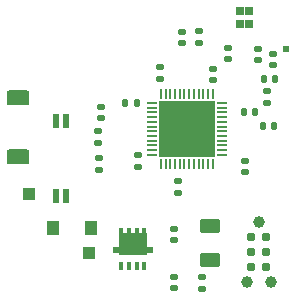
<source format=gts>
G04 #@! TF.GenerationSoftware,KiCad,Pcbnew,9.0.0*
G04 #@! TF.CreationDate,2025-04-18T11:45:23+02:00*
G04 #@! TF.ProjectId,WakeBand,57616b65-4261-46e6-942e-6b696361645f,rev?*
G04 #@! TF.SameCoordinates,Original*
G04 #@! TF.FileFunction,Soldermask,Top*
G04 #@! TF.FilePolarity,Negative*
%FSLAX46Y46*%
G04 Gerber Fmt 4.6, Leading zero omitted, Abs format (unit mm)*
G04 Created by KiCad (PCBNEW 9.0.0) date 2025-04-18 11:45:23*
%MOMM*%
%LPD*%
G01*
G04 APERTURE LIST*
G04 Aperture macros list*
%AMRoundRect*
0 Rectangle with rounded corners*
0 $1 Rounding radius*
0 $2 $3 $4 $5 $6 $7 $8 $9 X,Y pos of 4 corners*
0 Add a 4 corners polygon primitive as box body*
4,1,4,$2,$3,$4,$5,$6,$7,$8,$9,$2,$3,0*
0 Add four circle primitives for the rounded corners*
1,1,$1+$1,$2,$3*
1,1,$1+$1,$4,$5*
1,1,$1+$1,$6,$7*
1,1,$1+$1,$8,$9*
0 Add four rect primitives between the rounded corners*
20,1,$1+$1,$2,$3,$4,$5,0*
20,1,$1+$1,$4,$5,$6,$7,0*
20,1,$1+$1,$6,$7,$8,$9,0*
20,1,$1+$1,$8,$9,$2,$3,0*%
G04 Aperture macros list end*
%ADD10RoundRect,0.140000X0.170000X-0.140000X0.170000X0.140000X-0.170000X0.140000X-0.170000X-0.140000X0*%
%ADD11RoundRect,0.140000X-0.170000X0.140000X-0.170000X-0.140000X0.170000X-0.140000X0.170000X0.140000X0*%
%ADD12C,0.990600*%
%ADD13C,0.787400*%
%ADD14R,0.420000X0.660000*%
%ADD15R,0.545000X0.570000*%
%ADD16R,0.420000X0.470000*%
%ADD17R,2.370000X1.830000*%
%ADD18R,0.650000X0.750000*%
%ADD19RoundRect,0.140000X-0.140000X-0.170000X0.140000X-0.170000X0.140000X0.170000X-0.140000X0.170000X0*%
%ADD20R,0.500000X0.630000*%
%ADD21RoundRect,0.190500X0.762000X0.444500X-0.762000X0.444500X-0.762000X-0.444500X0.762000X-0.444500X0*%
%ADD22R,1.000000X1.000000*%
%ADD23R,1.120000X1.220000*%
%ADD24R,0.850000X0.200000*%
%ADD25R,0.200000X0.850000*%
%ADD26R,4.700000X4.700000*%
%ADD27R,0.600000X1.200000*%
%ADD28RoundRect,0.135000X0.185000X-0.135000X0.185000X0.135000X-0.185000X0.135000X-0.185000X-0.135000X0*%
%ADD29RoundRect,0.250000X0.625000X-0.375000X0.625000X0.375000X-0.625000X0.375000X-0.625000X-0.375000X0*%
G04 APERTURE END LIST*
D10*
X239300000Y-109280000D03*
X239300000Y-108320000D03*
D11*
X244530000Y-102895000D03*
X244530000Y-103855000D03*
D12*
X252870000Y-115980000D03*
X253886000Y-121060000D03*
X251854000Y-121060000D03*
D13*
X252235000Y-117250000D03*
X253505000Y-117250000D03*
X252235000Y-118520000D03*
X253505000Y-118520000D03*
X252235000Y-119790000D03*
X253505000Y-119790000D03*
D14*
X241250000Y-119750000D03*
X241900000Y-119750000D03*
X242550000Y-119750000D03*
X243200000Y-119750000D03*
D15*
X240767000Y-118315000D03*
D16*
X241250000Y-116715000D03*
X241900000Y-116715000D03*
D17*
X242225000Y-117865000D03*
D16*
X242550000Y-116715000D03*
X243200000Y-116715000D03*
D15*
X243683000Y-118315000D03*
D11*
X246350000Y-99860000D03*
X246350000Y-100820000D03*
D18*
X252050000Y-99210000D03*
X252050000Y-98160000D03*
X251300000Y-98160000D03*
X251300000Y-99210000D03*
D19*
X253220000Y-107870000D03*
X254180000Y-107870000D03*
D20*
X255210000Y-101375000D03*
D19*
X251610000Y-106710000D03*
X252570000Y-106710000D03*
D21*
X232530000Y-110510000D03*
X232530000Y-105510000D03*
D22*
X233400000Y-113650000D03*
D10*
X253610000Y-105890000D03*
X253610000Y-104930000D03*
D11*
X246050000Y-112540000D03*
X246050000Y-113500000D03*
D23*
X235500000Y-116500000D03*
X238700000Y-116500000D03*
D10*
X250260000Y-102190000D03*
X250260000Y-101230000D03*
X254100000Y-102720000D03*
X254100000Y-101760000D03*
D11*
X239500000Y-106210000D03*
X239500000Y-107170000D03*
X247870000Y-99830000D03*
X247870000Y-100790000D03*
X248100000Y-120660000D03*
X248100000Y-121620000D03*
D24*
X243850000Y-105900000D03*
X243850000Y-106300000D03*
X243850000Y-106700000D03*
X243850000Y-107100000D03*
X243850000Y-107500000D03*
X243850000Y-107900000D03*
X243850000Y-108300000D03*
X243850000Y-108700000D03*
X243850000Y-109100000D03*
X243850000Y-109500000D03*
X243850000Y-109900000D03*
X243850000Y-110300000D03*
D25*
X244600000Y-111050000D03*
X245000000Y-111050000D03*
X245400000Y-111050000D03*
X245800000Y-111050000D03*
X246200000Y-111050000D03*
X246600000Y-111050000D03*
X247000000Y-111050000D03*
X247400000Y-111050000D03*
X247800000Y-111050000D03*
X248200000Y-111050000D03*
X248600000Y-111050000D03*
X249000000Y-111050000D03*
D24*
X249750000Y-110300000D03*
X249750000Y-109900000D03*
X249750000Y-109500000D03*
X249750000Y-109100000D03*
X249750000Y-108700000D03*
X249750000Y-108300000D03*
X249750000Y-107900000D03*
X249750000Y-107500000D03*
X249750000Y-107100000D03*
X249750000Y-106700000D03*
X249750000Y-106300000D03*
X249750000Y-105900000D03*
D25*
X249000000Y-105150000D03*
X248600000Y-105150000D03*
X248200000Y-105150000D03*
X247800000Y-105150000D03*
X247400000Y-105150000D03*
X247000000Y-105150000D03*
X246600000Y-105150000D03*
X246200000Y-105150000D03*
X245800000Y-105150000D03*
X245400000Y-105150000D03*
X245000000Y-105150000D03*
X244600000Y-105150000D03*
D26*
X246800000Y-108100000D03*
D11*
X242670000Y-110340000D03*
X242670000Y-111300000D03*
D19*
X253300000Y-103900000D03*
X254260000Y-103900000D03*
D11*
X245700000Y-116590000D03*
X245700000Y-117550000D03*
X251720000Y-110810000D03*
X251720000Y-111770000D03*
D10*
X252800000Y-102270000D03*
X252800000Y-101310000D03*
D11*
X245700000Y-120610000D03*
X245700000Y-121570000D03*
D22*
X238500000Y-118650000D03*
D27*
X235700000Y-107450000D03*
X235700000Y-113750000D03*
X236600000Y-113750000D03*
X236600000Y-107450000D03*
D28*
X239350000Y-111610000D03*
X239350000Y-110590000D03*
D29*
X248730000Y-119160000D03*
X248730000Y-116360000D03*
D19*
X241590000Y-105890000D03*
X242550000Y-105890000D03*
D11*
X248990000Y-103020000D03*
X248990000Y-103980000D03*
M02*

</source>
